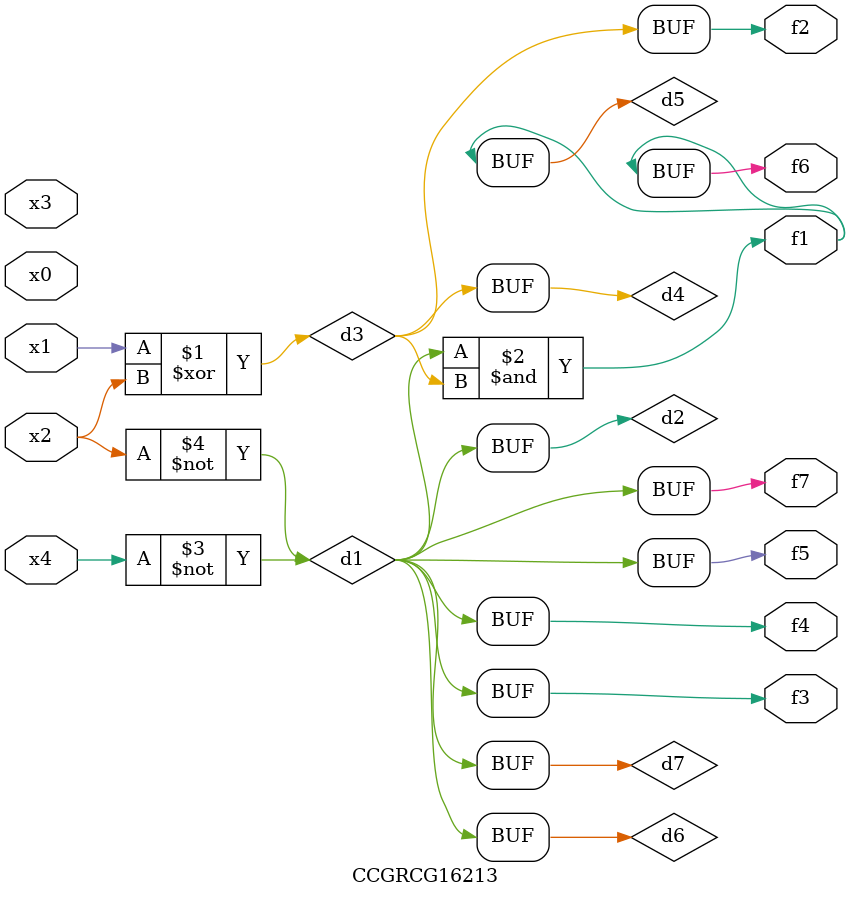
<source format=v>
module CCGRCG16213(
	input x0, x1, x2, x3, x4,
	output f1, f2, f3, f4, f5, f6, f7
);

	wire d1, d2, d3, d4, d5, d6, d7;

	not (d1, x4);
	not (d2, x2);
	xor (d3, x1, x2);
	buf (d4, d3);
	and (d5, d1, d3);
	buf (d6, d1, d2);
	buf (d7, d2);
	assign f1 = d5;
	assign f2 = d4;
	assign f3 = d7;
	assign f4 = d7;
	assign f5 = d7;
	assign f6 = d5;
	assign f7 = d7;
endmodule

</source>
